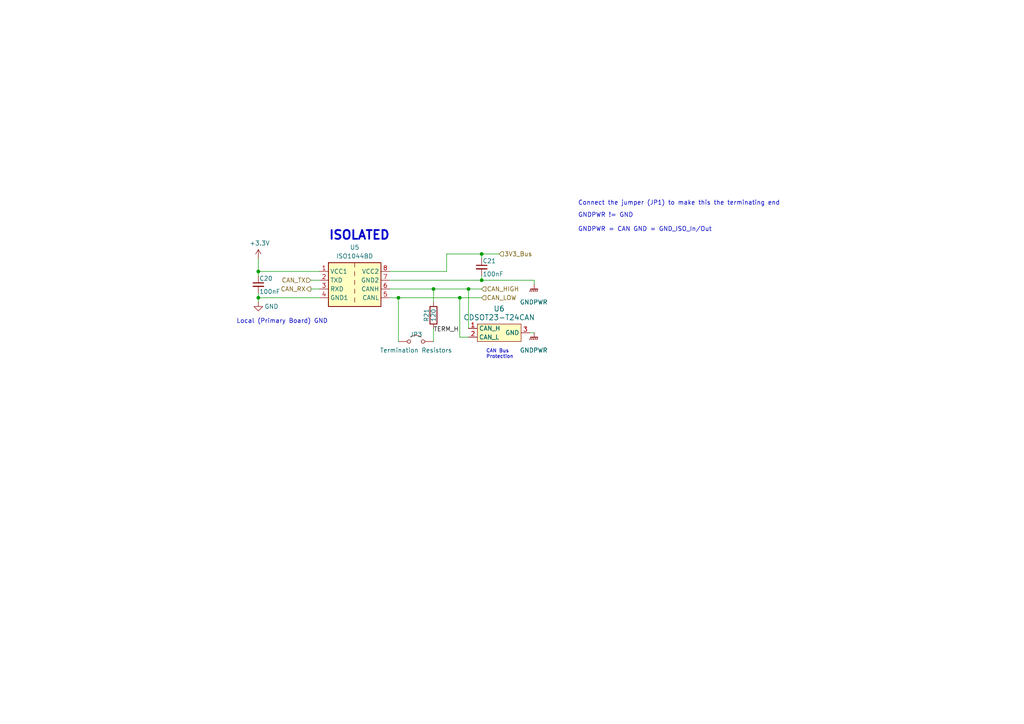
<source format=kicad_sch>
(kicad_sch (version 20231120) (generator "eeschema") (generator_version "8.0")
  (paper "A4")
  (lib_symbols
    (symbol "Device:C_Small" (pin_numbers hide) (pin_names (offset 0.254) hide)
      (property "Reference" "C" (at 0.254 1.778 0))
      (property "Value" "C_Small" (at 0.254 -2.032 0))
      (symbol "C_Small_0_1"
        (polyline (pts (xy -1.524 -0.508) (xy 1.524 -0.508)) (stroke (width 0.3302)))
        (polyline (pts (xy -1.524 0.508) (xy 1.524 0.508)) (stroke (width 0.3048)))
      )
      (symbol "C_Small_1_1"
        (pin passive line (at 0 2.54 270) (length 2.032) (name "~") (number "1"))
        (pin passive line (at 0 -2.54 90) (length 2.032) (name "~") (number "2"))
      )
    )
    (symbol "Device:R" (pin_numbers hide) (pin_names (offset 0))
      (property "Reference" "R" (at 2.032 0 90))
      (property "Value" "R" (at 0 0 90))
      (symbol "R_0_1"
        (rectangle (start -1.016 -2.54) (end 1.016 2.54) (stroke (width 0.254)))
      )
      (symbol "R_1_1"
        (pin passive line (at 0 3.81 270) (length 1.27) (name "~") (number "1"))
        (pin passive line (at 0 -3.81 90) (length 1.27) (name "~") (number "2"))
      )
    )
    (symbol "Jumper:Jumper_2_Open" (pin_numbers hide) (pin_names (offset 0) hide) (exclude_from_sim yes)
      (property "Reference" "JP" (at 0 2.794 0))
      (property "Value" "Jumper_2_Open" (at 0 -2.286 0))
      (symbol "Jumper_2_Open_0_0"
        (circle (center -2.032 0) (radius 0.508))
        (circle (center 2.032 0) (radius 0.508))
      )
      (symbol "Jumper_2_Open_0_1"
        (arc (start 1.524 1.27) (mid 0 1.778) (end -1.524 1.27))
      )
      (symbol "Jumper_2_Open_1_1"
        (pin passive line (at -5.08 0 0) (length 2.54) (name "A") (number "1"))
        (pin passive line (at 5.08 0 180) (length 2.54) (name "B") (number "2"))
      )
    )
    (symbol "power:+3.3V" (power) (pin_numbers hide) (pin_names (offset 0) hide)
      (property "Value" "+3.3V" (at 0 3.556 0))
      (symbol "+3.3V_0_1"
        (polyline (pts (xy -0.762 1.27) (xy 0 2.54)))
        (polyline (pts (xy 0 0) (xy 0 2.54)))
        (polyline (pts (xy 0 2.54) (xy 0.762 1.27)))
      )
      (symbol "+3.3V_1_1"
        (pin power_in line (at 0 0 90) (length 0) (name "~") (number "1"))
      )
    )
    (symbol "power:GND" (power) (pin_numbers hide) (pin_names (offset 0) hide)
      (property "Value" "GND" (at 0 -3.81 0))
      (symbol "GND_0_1"
        (polyline (pts (xy 0 0) (xy 0 -1.27) (xy 1.27 -1.27) (xy 0 -2.54) (xy -1.27 -1.27) (xy 0 -1.27)))
      )
      (symbol "GND_1_1"
        (pin power_in line (at 0 0 270) (length 0) (name "~") (number "1"))
      )
    )
    (symbol "power:GNDPWR" (power) (pin_numbers hide) (pin_names (offset 0) hide)
      (property "Value" "GNDPWR" (at 0 -3.302 0))
      (symbol "GNDPWR_0_1"
        (polyline (pts (xy 0 -1.27) (xy 0 0)))
        (polyline (pts (xy -1.016 -1.27) (xy -1.27 -2.032) (xy -1.27 -2.032)) (stroke (width 0.2032)))
        (polyline (pts (xy -0.508 -1.27) (xy -0.762 -2.032) (xy -0.762 -2.032)) (stroke (width 0.2032)))
        (polyline (pts (xy 0 -1.27) (xy -0.254 -2.032) (xy -0.254 -2.032)) (stroke (width 0.2032)))
        (polyline (pts (xy 0.508 -1.27) (xy 0.254 -2.032) (xy 0.254 -2.032)) (stroke (width 0.2032)))
        (polyline (pts (xy 1.016 -1.27) (xy -1.016 -1.27) (xy -1.016 -1.27)) (stroke (width 0.2032)))
        (polyline (pts (xy 1.016 -1.27) (xy 0.762 -2.032) (xy 0.762 -2.032) (xy 0.762 -2.032)) (stroke (width 0.2032)))
      )
      (symbol "GNDPWR_1_1"
        (pin power_in line (at 0 0 270) (length 0) (name "~") (number "1"))
      )
    )
    (symbol "utsvt-chips:CDSOT23-T24CAN"
      (property "Reference" "U" (at 0 -3.81 0))
      (property "Value" "CDSOT23-T24CAN" (at 0 3.81 0))
      (symbol "CDSOT23-T24CAN_0_1"
        (rectangle (start 6.35 2.54) (end -6.35 -2.54) (fill (type background)))
      )
      (symbol "CDSOT23-T24CAN_1_1"
        (pin passive line (at -8.89 1.27 0) (length 2.54) (name "CAN_H") (number "1"))
        (pin passive line (at -8.89 -1.27 0) (length 2.54) (name "CAN_L") (number "2"))
        (pin passive line (at 8.89 0 180) (length 2.54) (name "GND") (number "3"))
      )
    )
    (symbol "utsvt-chips:ISO1044BD"
      (property "Reference" "U4" (at 0 9.525 0))
      (property "Value" "ISO1044BD" (at 0 6.985 0))
      (symbol "ISO1044BD_0_1"
        (rectangle (start -7.62 5.08) (end 7.62 -7.62) (stroke (width 0.254)) (fill (type background)))
        (polyline (pts (xy 0 -5.08) (xy 0 -6.35)))
        (polyline (pts (xy 0 -2.54) (xy 0 -3.81)))
        (polyline (pts (xy 0 0) (xy 0 -1.27)))
        (polyline (pts (xy 0 2.54) (xy 0 1.27)))
        (polyline (pts (xy 0 5.08) (xy 0 3.81)))
      )
      (symbol "ISO1044BD_1_1"
        (pin power_in line (at -10.16 2.54 0) (length 2.54) (name "VCC1") (number "1"))
        (pin input line (at -10.16 0 0) (length 2.54) (name "TXD") (number "2"))
        (pin output line (at -10.16 -2.54 0) (length 2.54) (name "RXD") (number "3"))
        (pin power_in line (at -10.16 -5.08 0) (length 2.54) (name "GND1") (number "4"))
        (pin bidirectional line (at 10.16 -5.08 180) (length 2.54) (name "CANL") (number "5"))
        (pin bidirectional line (at 10.16 -2.54 180) (length 2.54) (name "CANH") (number "6"))
        (pin power_in line (at 10.16 0 180) (length 2.54) (name "GND2") (number "7"))
        (pin power_in line (at 10.16 2.54 180) (length 2.54) (name "VCC2") (number "8"))
      )
    )
  )
  (junction (at 74.93 86.36))
  (junction (at 139.7 81.28))
  (junction (at 125.73 83.82))
  (junction (at 133.35 86.36))
  (junction (at 135.89 83.82))
  (junction (at 139.7 73.66))
  (junction (at 115.57 86.36))
  (junction (at 74.93 78.74))
  (wire (pts (xy 139.7 73.66) (xy 139.7 74.93)))
  (wire (pts (xy 74.93 74.93) (xy 74.93 78.74)))
  (wire (pts (xy 74.93 78.74) (xy 74.93 80.01)))
  (wire (pts (xy 113.03 83.82) (xy 125.73 83.82)))
  (wire (pts (xy 135.89 83.82) (xy 139.7 83.82)))
  (wire (pts (xy 129.54 73.66) (xy 129.54 78.74)))
  (wire (pts (xy 125.73 83.82) (xy 135.89 83.82)))
  (wire (pts (xy 154.94 82.55) (xy 154.94 81.28)))
  (wire (pts (xy 113.03 81.28) (xy 139.7 81.28)))
  (wire (pts (xy 135.89 83.82) (xy 135.89 95.25)))
  (wire (pts (xy 90.17 83.82) (xy 92.71 83.82)))
  (wire (pts (xy 125.73 99.06) (xy 125.73 95.25)))
  (wire (pts (xy 74.93 78.74) (xy 92.71 78.74)))
  (wire (pts (xy 74.93 87.63) (xy 74.93 86.36)))
  (wire (pts (xy 115.57 86.36) (xy 133.35 86.36)))
  (wire (pts (xy 139.7 81.28) (xy 154.94 81.28)))
  (wire (pts (xy 153.67 96.52) (xy 154.94 96.52)))
  (wire (pts (xy 135.89 97.79) (xy 133.35 97.79)))
  (wire (pts (xy 74.93 86.36) (xy 92.71 86.36)))
  (wire (pts (xy 139.7 73.66) (xy 144.78 73.66)))
  (wire (pts (xy 74.93 85.09) (xy 74.93 86.36)))
  (wire (pts (xy 133.35 86.36) (xy 133.35 97.79)))
  (wire (pts (xy 139.7 80.01) (xy 139.7 81.28)))
  (wire (pts (xy 90.17 81.28) (xy 92.71 81.28)))
  (wire (pts (xy 125.73 83.82) (xy 125.73 87.63)))
  (wire (pts (xy 115.57 86.36) (xy 115.57 99.06)))
  (wire (pts (xy 133.35 86.36) (xy 139.7 86.36)))
  (wire (pts (xy 129.54 73.66) (xy 139.7 73.66)))
  (wire (pts (xy 113.03 86.36) (xy 115.57 86.36)))
  (wire (pts (xy 129.54 78.74) (xy 113.03 78.74)))
  (text "CAN Bus\nProtection" (at 140.97 104.14 0) (effects (font (size 1.016 1.016)) (justify left bottom)))
  (text "Connect the jumper (JP1) to make this the terminating end" (at 167.64 59.69 0) (effects (font (size 1.27 1.27)) (justify left bottom)))
  (text "GNDPWR != GND\n\nGNDPWR = CAN GND = GND_ISO_In/Out" (at 167.64 67.31 0) (effects (font (size 1.27 1.27)) (justify left bottom)))
  (text "ISOLATED" (at 95.25 69.85 0) (effects (font (size 2.54 2.54) (thickness 0.508) (bold yes)) (justify left bottom)))
  (text "Local (Primary Board) GND" (at 68.58 93.98 0) (effects (font (size 1.27 1.27)) (justify left bottom)))
  (label "TERM_H" (at 125.73 96.52 0))
  (hierarchical_label "CAN_HIGH" (shape input) (at 139.7 83.82 0))
  (hierarchical_label "CAN_RX" (shape output) (at 90.17 83.82 180))
  (hierarchical_label "3V3_Bus" (shape input) (at 144.78 73.66 0))
  (hierarchical_label "CAN_LOW" (shape input) (at 139.7 86.36 0))
  (hierarchical_label "CAN_TX" (shape input) (at 90.17 81.28 180))
  (symbol (lib_id "Device:C_Small") (at 74.93 82.55 0) (unit 1)
    (property "Reference" "C20" (at 75.184 80.772 0) (effects (justify left)))
    (property "Value" "100nF" (at 75.184 84.582 0) (effects (justify left)))
    (property "Footprint" "Capacitor_SMD:C_0805_2012Metric" (effects (hide yes)))
    (property "Description" "Unpolarized capacitor, small symbol" (effects (hide yes)))
    (property "Mouser Part Number" "80-C0805C104M5R" (effects (hide yes)))
    (property "P/N" "C0805C104M5RACTU" (effects (hide yes)))
  )
  (symbol (lib_id "utsvt-chips:CDSOT23-T24CAN") (at 144.78 96.52 0) (unit 1)
    (property "Reference" "U6" (at 144.78 89.535 0) (effects (font (size 1.524 1.524))))
    (property "Value" "CDSOT23-T24CAN" (at 144.78 92.075 0) (effects (font (size 1.524 1.524))))
    (property "Footprint" "Package_TO_SOT_SMD:SOT-23W" (effects (hide yes)))
    (property "Datasheet" "https://www.mouser.com/ProductDetail/652-CDSOT23-T24CAN" (effects (hide yes)))
    (property "Description" "CAN Bus Protector" (effects (hide yes)))
    (property "Mouser Part Number" "652-CDSOT23-T24CAN" (effects (hide yes)))
    (property "P/N" "CDSOT23-T24CAN" (effects (hide yes)))
  )
  (symbol (lib_id "power:+3.3V") (at 74.93 74.93 0) (unit 1)
    (property "Reference" "#PWR041" (effects (hide yes)))
    (property "Value" "+3.3V" (at 75.311 70.5358 0))
    (property "Description" "Power symbol creates a global label with name \"+3.3V\"" (effects (hide yes)))
  )
  (symbol (lib_id "utsvt-chips:ISO1044BD") (at 102.87 81.28 0) (unit 1)
    (property "Reference" "U5" (at 102.87 71.755 0))
    (property "Value" "ISO1044BD" (at 102.87 74.295 0))
    (property "Footprint" "Package_SO:SSOP-8_3.9x5.05mm_P1.27mm" (effects (hide yes)))
    (property "Datasheet" "https://www.mouser.com/ProductDetail/Texas-Instruments/ISO1044BDR?qs=DuoOggApuK9UGD9QQWYeTA%3D%3D" (effects (hide yes)))
    (property "Description" "Isolated CAN Transceiver, SOP-8" (effects (hide yes)))
    (property "Mouser Part Number" "ISO1044BD" (effects (hide yes)))
    (property "P/N" "595-ISO1044BD" (effects (hide yes)))
  )
  (symbol (lib_id "power:GNDPWR") (at 154.94 82.55 0) (unit 1)
    (property "Reference" "#PWR043" (effects (hide yes)))
    (property "Value" "GNDPWR" (at 154.813 87.63 0))
    (property "Description" "Power symbol creates a global label with name \"GNDPWR\" , global ground" (effects (hide yes)))
  )
  (symbol (lib_id "Device:R") (at 125.73 91.44 180) (unit 1)
    (property "Reference" "R21" (at 123.698 91.44 90))
    (property "Value" "120" (at 125.73 91.44 90))
    (property "Footprint" "Resistor_SMD:R_0805_2012Metric" (effects (hide yes)))
    (property "Description" "Resistor" (effects (hide yes)))
    (property "Mouser Part Number" "71-CRCW080559R0FKEA" (effects (hide yes)))
    (property "P/N" "CRCW080559R0FKEA" (effects (hide yes)))
  )
  (symbol (lib_id "power:GNDPWR") (at 154.94 96.52 0) (unit 1)
    (property "Reference" "#PWR044" (effects (hide yes)))
    (property "Value" "GNDPWR" (at 154.813 101.6 0))
    (property "Description" "Power symbol creates a global label with name \"GNDPWR\" , global ground" (effects (hide yes)))
  )
  (symbol (lib_id "power:GND") (at 74.93 87.63 0) (unit 1)
    (property "Reference" "#PWR042" (effects (hide yes)))
    (property "Value" "GND" (at 78.74 88.9 0))
    (property "Description" "Power symbol creates a global label with name \"GND\" , ground" (effects (hide yes)))
  )
  (symbol (lib_id "Device:C_Small") (at 139.7 77.47 0) (unit 1)
    (property "Reference" "C21" (at 139.954 75.692 0) (effects (justify left)))
    (property "Value" "100nF" (at 139.954 79.502 0) (effects (justify left)))
    (property "Footprint" "Capacitor_SMD:C_0805_2012Metric" (effects (hide yes)))
    (property "Description" "Unpolarized capacitor, small symbol" (effects (hide yes)))
    (property "Mouser Part Number" "80-C0805C104M5R" (effects (hide yes)))
    (property "P/N" "C0805C104M5RACTU" (effects (hide yes)))
  )
  (symbol (lib_id "Jumper:Jumper_2_Open") (at 120.65 99.06 0) (unit 1)
    (property "Reference" "JP3" (at 120.65 97.028 0))
    (property "Value" "Termination Resistors" (at 120.65 101.6 0))
    (property "Footprint" "Connector_PinHeader_2.54mm:PinHeader_1x02_P2.54mm_Vertical" (effects (hide yes)))
    (property "Description" "Jumper, 2-pole, open" (effects (hide yes)))
  )
)
</source>
